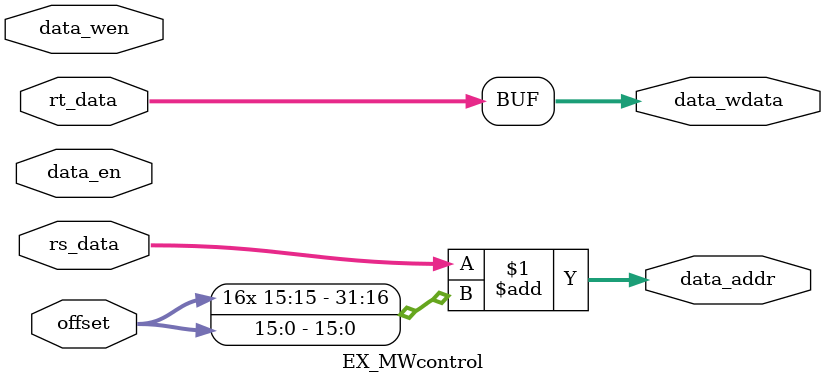
<source format=v>
`include "mycpu.h"

module EX_MWcontrol(
	input  [31:0] rt_data,
	input  [15:0] offset,
	input  [31:0] rs_data,

	input         data_en,
	input  [3 :0] data_wen,

	output [31:0] data_wdata,
	output [31:0] data_addr
);
	assign data_wdata = rt_data;
	assign data_addr  = rs_data + {{16{offset[15]}}, offset};	

endmodule
</source>
